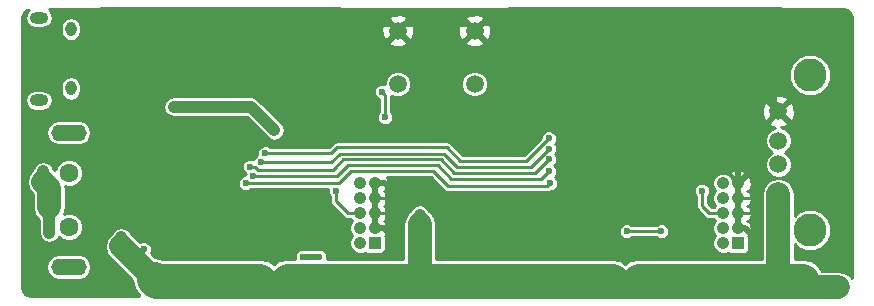
<source format=gbl>
G04 #@! TF.FileFunction,Copper,L2,Bot,Signal*
%FSLAX46Y46*%
G04 Gerber Fmt 4.6, Leading zero omitted, Abs format (unit mm)*
G04 Created by KiCad (PCBNEW (2015-10-16 BZR 6271)-product) date Sun 01 Nov 2015 17:02:17 NZDT*
%MOMM*%
G01*
G04 APERTURE LIST*
%ADD10C,0.100000*%
%ADD11O,3.000000X1.400000*%
%ADD12C,1.600000*%
%ADD13C,1.501140*%
%ADD14C,2.800000*%
%ADD15C,1.500000*%
%ADD16R,1.050000X1.050000*%
%ADD17C,1.050000*%
%ADD18O,0.950000X1.250000*%
%ADD19O,1.550000X1.000000*%
%ADD20C,0.600000*%
%ADD21C,0.250000*%
%ADD22C,0.500000*%
%ADD23C,1.000000*%
%ADD24C,2.000000*%
%ADD25C,3.000000*%
%ADD26C,0.400000*%
%ADD27C,0.254000*%
G04 APERTURE END LIST*
D10*
D11*
X4318000Y2809000D03*
D12*
X4318000Y10809000D03*
X4318000Y6209000D03*
D11*
X4318000Y14209000D03*
D13*
X64389000Y16017000D03*
X64389000Y13517000D03*
X64389000Y11517000D03*
X64389000Y9017000D03*
D14*
X67099000Y19087000D03*
X67099000Y5947000D03*
D15*
X38683000Y22824000D03*
X38683000Y18324000D03*
X32183000Y22824000D03*
X32183000Y18324000D03*
D16*
X60960000Y4826000D03*
D17*
X60960000Y6096000D03*
X60960000Y7366000D03*
X60960000Y8636000D03*
X60960000Y9906000D03*
X59690000Y6096000D03*
X59690000Y7366000D03*
X59690000Y8636000D03*
X59690000Y9906000D03*
X59690000Y4826000D03*
D16*
X30226000Y4826000D03*
D17*
X30226000Y6096000D03*
X30226000Y7366000D03*
X30226000Y8636000D03*
X30226000Y9906000D03*
X28956000Y6096000D03*
X28956000Y7366000D03*
X28956000Y8636000D03*
X28956000Y9906000D03*
X28956000Y4826000D03*
D18*
X4483540Y22947900D03*
X4483540Y17947900D03*
D19*
X1783540Y23947900D03*
X1783540Y16947900D03*
D20*
X25527000Y3683000D03*
X24130000Y3683000D03*
X13208000Y16383000D03*
X21717000Y14414998D03*
X30861000Y17653000D03*
X31115000Y15494000D03*
X39243000Y4064000D03*
X37084000Y4826000D03*
X35814000Y6223000D03*
X35179000Y7747000D03*
X35179000Y9525000D03*
X36957000Y19558000D03*
X32131000Y7874000D03*
X32131000Y5842000D03*
X17399000Y8128000D03*
X15494000Y8128000D03*
X26035000Y21590000D03*
X21336000Y19304000D03*
X46990000Y10287000D03*
X49276000Y10287000D03*
X59436000Y23368000D03*
X68199000Y9017000D03*
X69596000Y12446000D03*
X69596000Y15240000D03*
X69596000Y21463000D03*
X66167000Y23622000D03*
X62103000Y23749000D03*
X52324000Y18161000D03*
X47879000Y21209000D03*
X17399000Y3683000D03*
X5461000Y24130000D03*
X1270000Y20574000D03*
X49784000Y21209000D03*
X32004000Y9906000D03*
X32131000Y13843000D03*
X62484000Y3937000D03*
X42291000Y4318000D03*
X39370000Y8890000D03*
X40259000Y6985000D03*
X29972000Y18796000D03*
X41529000Y14351000D03*
X38481000Y12954000D03*
X37719000Y12954000D03*
X51435000Y3302000D03*
X68326000Y2667000D03*
X69977000Y3302000D03*
X60833000Y21844000D03*
X8636000Y21209000D03*
X6350000Y1270000D03*
X12319000Y4318000D03*
X8382000Y2794000D03*
X37211000Y16256000D03*
X57023000Y12573000D03*
X57150000Y7112000D03*
X34036000Y14986000D03*
X51689000Y12954000D03*
X55118000Y18796000D03*
X46863000Y18796000D03*
X41783000Y18161000D03*
X6223000Y17399000D03*
X6223000Y18161000D03*
X9779000Y18161000D03*
X10795000Y15748000D03*
X7493000Y12827000D03*
X6604000Y12827000D03*
X26924000Y13716000D03*
X29972000Y20574000D03*
X24003000Y19050000D03*
X15367000Y19050000D03*
X21717000Y3302000D03*
X11176000Y8636000D03*
X14351000Y13335000D03*
X25781000Y6858000D03*
X9525000Y7239000D03*
X10160000Y10922000D03*
X69469000Y1143000D03*
X2159000Y10922000D03*
X10668000Y4318000D03*
X2159000Y10033000D03*
X2667000Y5715000D03*
X2667000Y6604000D03*
X8763000Y4572000D03*
X8763000Y5334000D03*
X34036000Y7239000D03*
X34036000Y6477000D03*
X57912000Y9271000D03*
X54483000Y5842000D03*
X51562000Y5842000D03*
X26924000Y9271000D03*
X20955000Y12446000D03*
X44958000Y13716000D03*
X20574000Y11684000D03*
X44958000Y12827000D03*
X19685000Y11303000D03*
X44958000Y11938000D03*
X19939000Y10541000D03*
X44958000Y10922000D03*
X19304000Y9906000D03*
X45085000Y9906000D03*
D21*
X40195500Y15303500D02*
X39941500Y15049500D01*
X42100500Y15303500D02*
X40195500Y15303500D01*
D22*
X42672000Y16891000D02*
X39116000Y16891000D01*
X42926000Y16637000D02*
X42672000Y16891000D01*
X39116000Y16891000D02*
X33909000Y16891000D01*
X25527000Y3683000D02*
X24130000Y3683000D01*
X13208000Y16383000D02*
X13462000Y16383000D01*
D23*
X21717000Y14414998D02*
X19748998Y16383000D01*
X19748998Y16383000D02*
X13462000Y16383000D01*
X13462000Y16383000D02*
X13208000Y16383000D01*
D21*
X31115000Y15494000D02*
X31115000Y17399000D01*
X31115000Y17399000D02*
X30861000Y17653000D01*
D22*
X38683000Y22824000D02*
X39354000Y23495000D01*
X42037000Y23495000D02*
X42037000Y23368000D01*
X39354000Y23495000D02*
X42037000Y23495000D01*
X35179000Y23368000D02*
X38139000Y23368000D01*
X38139000Y23368000D02*
X38683000Y22824000D01*
X32183000Y22824000D02*
X32727000Y23368000D01*
D24*
X35179000Y23368000D02*
X35179000Y19558000D01*
D22*
X32727000Y23368000D02*
X35179000Y23368000D01*
X29972000Y23368000D02*
X31639000Y23368000D01*
X31639000Y23368000D02*
X32183000Y22824000D01*
X27051000Y23368000D02*
X29972000Y23368000D01*
X32004000Y9906000D02*
X34798000Y9906000D01*
X37846000Y4064000D02*
X39243000Y4064000D01*
X37084000Y4826000D02*
X37846000Y4064000D01*
X35814000Y7112000D02*
X35814000Y6223000D01*
X35179000Y7747000D02*
X35814000Y7112000D01*
X34798000Y9906000D02*
X35179000Y9525000D01*
X35179000Y19558000D02*
X36957000Y19558000D01*
X31369000Y5842000D02*
X32131000Y5842000D01*
X32131000Y7874000D02*
X32131000Y8255000D01*
X15494000Y8128000D02*
X14986000Y8128000D01*
X26670000Y23368000D02*
X26035000Y22733000D01*
X26035000Y22733000D02*
X26035000Y21590000D01*
X21463000Y23368000D02*
X21336000Y23241000D01*
X21336000Y23241000D02*
X21336000Y19304000D01*
X50038000Y10287000D02*
X49276000Y10287000D01*
X46990000Y10287000D02*
X46736000Y10287000D01*
X69596000Y10414000D02*
X68199000Y9017000D01*
X69596000Y12446000D02*
X69596000Y10414000D01*
X69596000Y21463000D02*
X69596000Y15240000D01*
X62230000Y23622000D02*
X66167000Y23622000D01*
X62103000Y23749000D02*
X62230000Y23622000D01*
X51689000Y18161000D02*
X52324000Y18161000D01*
X46863000Y21209000D02*
X47879000Y21209000D01*
X17399000Y8128000D02*
X17399000Y3683000D01*
X18097500Y9588500D02*
X18097500Y8826500D01*
X18097500Y8826500D02*
X17399000Y8128000D01*
X7239000Y23368000D02*
X6223000Y23368000D01*
X6223000Y23368000D02*
X5461000Y24130000D01*
X7239000Y20574000D02*
X1270000Y20574000D01*
X49784000Y23368000D02*
X49784000Y21209000D01*
D21*
X60960000Y7366000D02*
X62357000Y7366000D01*
X60960000Y8636000D02*
X62230000Y8636000D01*
X62230000Y8636000D02*
X62357000Y8509000D01*
X62357000Y8509000D02*
X62357000Y7366000D01*
X62357000Y7366000D02*
X62357000Y5334000D01*
D23*
X34036000Y14986000D02*
X33274000Y14986000D01*
X31750000Y9652000D02*
X31623000Y9652000D01*
X32004000Y9906000D02*
X31750000Y9652000D01*
X33274000Y14986000D02*
X32131000Y13843000D01*
D21*
X30226000Y7366000D02*
X31369000Y7366000D01*
X30226000Y8636000D02*
X31369000Y8636000D01*
D22*
X31369000Y5715000D02*
X31369000Y5842000D01*
X31369000Y5842000D02*
X31369000Y7366000D01*
X31369000Y7366000D02*
X31369000Y8636000D01*
X31369000Y8636000D02*
X31369000Y9652000D01*
X31369000Y9652000D02*
X31115000Y9906000D01*
X31115000Y9906000D02*
X30226000Y9906000D01*
X64389000Y16017000D02*
X69977000Y10429000D01*
D23*
X69977000Y8001000D02*
X69977000Y3302000D01*
X69977000Y10429000D02*
X69977000Y8001000D01*
D22*
X64389000Y16017000D02*
X64008000Y16398000D01*
X64008000Y16398000D02*
X64008000Y23368000D01*
X62484000Y3937000D02*
X62484000Y5207000D01*
X62484000Y5207000D02*
X62357000Y5334000D01*
X61595000Y6096000D02*
X60960000Y6096000D01*
X62357000Y5334000D02*
X61595000Y6096000D01*
D25*
X41783000Y23368000D02*
X42037000Y23368000D01*
X42037000Y23368000D02*
X46990000Y23368000D01*
D22*
X42291000Y4318000D02*
X42291000Y6985000D01*
X39370000Y7874000D02*
X40259000Y6985000D01*
X39370000Y8890000D02*
X39370000Y7874000D01*
X40259000Y6985000D02*
X42291000Y6985000D01*
X42291000Y6985000D02*
X50038000Y6985000D01*
X29972000Y18796000D02*
X29972000Y20574000D01*
D23*
X38481000Y12954000D02*
X38481000Y13081000D01*
X38481000Y13081000D02*
X37211000Y14351000D01*
X37719000Y12954000D02*
X37719000Y13843000D01*
X37719000Y13843000D02*
X37227000Y14335000D01*
D24*
X37227000Y14335000D02*
X37211000Y14351000D01*
X36449000Y15113000D02*
X37211000Y14351000D01*
D22*
X50038000Y4699000D02*
X50038000Y6985000D01*
X51435000Y3302000D02*
X50038000Y4699000D01*
X50038000Y6985000D02*
X50038000Y8128000D01*
X50038000Y8128000D02*
X50038000Y10287000D01*
X50038000Y10287000D02*
X50038000Y11303000D01*
X50038000Y11303000D02*
X51689000Y12954000D01*
X68961000Y3302000D02*
X69977000Y3302000D01*
X68326000Y2667000D02*
X68961000Y3302000D01*
D23*
X61722000Y22606000D02*
X60960000Y23368000D01*
X60833000Y21844000D02*
X61722000Y22606000D01*
D22*
X8636000Y21209000D02*
X7239000Y21209000D01*
D23*
X7239000Y21209000D02*
X7620000Y21209000D01*
X7620000Y21209000D02*
X7239000Y21209000D01*
D22*
X6350000Y1270000D02*
X7874000Y2794000D01*
X7874000Y2794000D02*
X8382000Y2794000D01*
X12319000Y4445000D02*
X9525000Y7239000D01*
X12319000Y4318000D02*
X12319000Y4445000D01*
X7112000Y5842000D02*
X8509000Y7239000D01*
X8001000Y3175000D02*
X7112000Y4064000D01*
X7112000Y4064000D02*
X7112000Y5842000D01*
X8509000Y7239000D02*
X9525000Y7239000D01*
X8382000Y2794000D02*
X8001000Y3175000D01*
X36449000Y15494000D02*
X36449000Y15113000D01*
X36258500Y15303500D02*
X36449000Y15494000D01*
X37211000Y16256000D02*
X36258500Y15303500D01*
X60960000Y9906000D02*
X60960000Y23368000D01*
X60960000Y23368000D02*
X60960000Y23114000D01*
X60960000Y23114000D02*
X60960000Y23368000D01*
X57023000Y12573000D02*
X57150000Y12573000D01*
X57150000Y16764000D02*
X55118000Y18796000D01*
X57150000Y7112000D02*
X57150000Y12573000D01*
X57150000Y12573000D02*
X57150000Y16764000D01*
X60960000Y8636000D02*
X60960000Y9906000D01*
X60960000Y7366000D02*
X60960000Y8636000D01*
X60960000Y6096000D02*
X60960000Y7366000D01*
D23*
X35306000Y16256000D02*
X35179000Y16383000D01*
X34036000Y14986000D02*
X35306000Y16256000D01*
D22*
X51689000Y12954000D02*
X51689000Y18161000D01*
X51689000Y18161000D02*
X51689000Y23368000D01*
D24*
X35179000Y16383000D02*
X36449000Y15113000D01*
X35179000Y19558000D02*
X35179000Y16383000D01*
D22*
X55118000Y18796000D02*
X55118000Y23368000D01*
X55118000Y23368000D02*
X55118000Y22860000D01*
X55118000Y22860000D02*
X55118000Y23368000D01*
X46863000Y23241000D02*
X46990000Y23368000D01*
X46863000Y18796000D02*
X46863000Y21209000D01*
X46863000Y21209000D02*
X46863000Y23241000D01*
X41783000Y23368000D02*
X41783000Y22860000D01*
X41783000Y22860000D02*
X41783000Y23368000D01*
D23*
X9144000Y23749000D02*
X9144000Y23368000D01*
X8763000Y23368000D02*
X9144000Y23749000D01*
X8509000Y23368000D02*
X8763000Y23368000D01*
X8382000Y23495000D02*
X8509000Y23368000D01*
X6223000Y17399000D02*
X7239000Y17399000D01*
X7239000Y17399000D02*
X7366000Y17526000D01*
D26*
X7493000Y17526000D02*
X7366000Y17526000D01*
X7366000Y17526000D02*
X7493000Y17526000D01*
D23*
X6223000Y18161000D02*
X8001000Y18161000D01*
D26*
X8001000Y18161000D02*
X7874000Y18034000D01*
X7874000Y18034000D02*
X7493000Y18034000D01*
X7493000Y18034000D02*
X7493000Y18669000D01*
D23*
X10795000Y15748000D02*
X10795000Y13335000D01*
X10795000Y13335000D02*
X10287000Y13335000D01*
X9779000Y18161000D02*
X10795000Y17145000D01*
X10795000Y17145000D02*
X10795000Y15748000D01*
X9779000Y18161000D02*
X8001000Y18161000D01*
X8001000Y18161000D02*
X7493000Y18669000D01*
X7493000Y18669000D02*
X7493000Y18669000D01*
D22*
X10795000Y15748000D02*
X10795000Y16256000D01*
D24*
X7493000Y13335000D02*
X7493000Y17526000D01*
D23*
X7493000Y13716000D02*
X7493000Y13335000D01*
D24*
X7493000Y17526000D02*
X7493000Y18669000D01*
X7493000Y18669000D02*
X7493000Y18796000D01*
D23*
X7239000Y19050000D02*
X7239000Y18923000D01*
D25*
X7239000Y18923000D02*
X7239000Y20574000D01*
X7239000Y20574000D02*
X7239000Y21209000D01*
D23*
X6858000Y19431000D02*
X7239000Y19050000D01*
D24*
X7493000Y18796000D02*
X6858000Y19431000D01*
D25*
X7239000Y21209000D02*
X7239000Y23368000D01*
X7239000Y23368000D02*
X9144000Y23368000D01*
D23*
X7493000Y12827000D02*
X7493000Y13716000D01*
X6604000Y12827000D02*
X7493000Y12827000D01*
X7493000Y12827000D02*
X7493000Y13716000D01*
D25*
X9144000Y23368000D02*
X15367000Y23368000D01*
D22*
X26924000Y13716000D02*
X26924000Y23368000D01*
X26924000Y23368000D02*
X27051000Y23368000D01*
D25*
X26670000Y23368000D02*
X27051000Y23368000D01*
D22*
X29972000Y20574000D02*
X29972000Y23368000D01*
X29972000Y23368000D02*
X29972000Y23241000D01*
X29972000Y23241000D02*
X29972000Y23368000D01*
X24003000Y19050000D02*
X24003000Y23368000D01*
X24003000Y23368000D02*
X24003000Y23241000D01*
X24003000Y23241000D02*
X24003000Y23368000D01*
X15367000Y19050000D02*
X15367000Y23368000D01*
X15367000Y23368000D02*
X15367000Y23241000D01*
X15367000Y23241000D02*
X15367000Y23368000D01*
D25*
X15367000Y23368000D02*
X21463000Y23368000D01*
X21463000Y23368000D02*
X24003000Y23368000D01*
X24003000Y23368000D02*
X26670000Y23368000D01*
X46990000Y23368000D02*
X49784000Y23368000D01*
X49784000Y23368000D02*
X51689000Y23368000D01*
X51689000Y23368000D02*
X55118000Y23368000D01*
X55118000Y23368000D02*
X59436000Y23368000D01*
X59436000Y23368000D02*
X60960000Y23368000D01*
X60960000Y23368000D02*
X64008000Y23368000D01*
X64008000Y23368000D02*
X64389000Y23368000D01*
D22*
X30226000Y6096000D02*
X30988000Y6096000D01*
X30988000Y6096000D02*
X31369000Y5715000D01*
X31369000Y5715000D02*
X31369000Y4191000D01*
X31369000Y4191000D02*
X30861000Y3683000D01*
X30861000Y3683000D02*
X27432000Y3683000D01*
X27432000Y3683000D02*
X25019000Y6096000D01*
X30226000Y7366000D02*
X30226000Y6096000D01*
X30226000Y8636000D02*
X30226000Y7366000D01*
X30226000Y9906000D02*
X30226000Y8636000D01*
X21717000Y3302000D02*
X21717000Y6096000D01*
X21717000Y6096000D02*
X21590000Y6096000D01*
D23*
X11176000Y8636000D02*
X10160000Y8636000D01*
X25781000Y6858000D02*
X25019000Y6096000D01*
X25019000Y6096000D02*
X21590000Y6096000D01*
X14351000Y13335000D02*
X18097500Y9588500D01*
X18097500Y9588500D02*
X21590000Y6096000D01*
X14351000Y13335000D02*
X10287000Y13335000D01*
D22*
X10287000Y13335000D02*
X10160000Y13208000D01*
D23*
X10160000Y10922000D02*
X10160000Y13208000D01*
D22*
X9525000Y7239000D02*
X9271000Y7239000D01*
D23*
X10160000Y7874000D02*
X10160000Y8636000D01*
X9525000Y7239000D02*
X10160000Y7874000D01*
X10160000Y8636000D02*
X10160000Y10922000D01*
D24*
X69469000Y1143000D02*
X66929000Y1143000D01*
D25*
X66421000Y1651000D02*
X64516000Y1651000D01*
D24*
X66929000Y1143000D02*
X66421000Y1651000D01*
X64389000Y9017000D02*
X64389000Y1651000D01*
X64516000Y1778000D02*
X64516000Y1651000D01*
X64389000Y1651000D02*
X64516000Y1778000D01*
D25*
X64516000Y1651000D02*
X52578000Y1651000D01*
D24*
X50292000Y1651000D02*
X50800000Y1143000D01*
D25*
X50292000Y1651000D02*
X34036000Y1651000D01*
D24*
X52070000Y1143000D02*
X52578000Y1651000D01*
X50800000Y1143000D02*
X52070000Y1143000D01*
D23*
X2159000Y10922000D02*
X2159000Y10033000D01*
D22*
X9906000Y3556000D02*
X9906000Y3429000D01*
X9842500Y3492500D02*
X9906000Y3556000D01*
X10668000Y4318000D02*
X9842500Y3492500D01*
D25*
X14732000Y1651000D02*
X12573000Y1651000D01*
X12573000Y1651000D02*
X11684000Y1651000D01*
D24*
X11557000Y1778000D02*
X9906000Y3429000D01*
X9906000Y3429000D02*
X8763000Y4572000D01*
D25*
X11684000Y1651000D02*
X11557000Y1778000D01*
X14732000Y1651000D02*
X20447000Y1651000D01*
D24*
X34036000Y1651000D02*
X34036000Y6477000D01*
X22352000Y1143000D02*
X22860000Y1651000D01*
X20955000Y1143000D02*
X22352000Y1143000D01*
X20447000Y1651000D02*
X20955000Y1143000D01*
D25*
X34036000Y1651000D02*
X22860000Y1651000D01*
D24*
X14605000Y1524000D02*
X14732000Y1651000D01*
X2667000Y7874000D02*
X2667000Y9525000D01*
X2667000Y9525000D02*
X2159000Y10033000D01*
D23*
X2667000Y7874000D02*
X2667000Y6604000D01*
X2667000Y6604000D02*
X2667000Y5715000D01*
X8763000Y4572000D02*
X8763000Y5334000D01*
X34036000Y7239000D02*
X34036000Y6477000D01*
D21*
X58547000Y7366000D02*
X59690000Y7366000D01*
X57912000Y8001000D02*
X58547000Y7366000D01*
X57912000Y9271000D02*
X57912000Y8001000D01*
X51562000Y5842000D02*
X54483000Y5842000D01*
X27940000Y7366000D02*
X28956000Y7366000D01*
X26924000Y8382000D02*
X27940000Y7366000D01*
X26924000Y9271000D02*
X26924000Y8382000D01*
X37465000Y11811000D02*
X43053000Y11811000D01*
X31115000Y12954000D02*
X36322000Y12954000D01*
X27051000Y12954000D02*
X31115000Y12954000D01*
X26543000Y12446000D02*
X27051000Y12954000D01*
X20955000Y12446000D02*
X26543000Y12446000D01*
X36322000Y12954000D02*
X37465000Y11811000D01*
X43053000Y11811000D02*
X44958000Y13716000D01*
X31115000Y12388002D02*
X36125998Y12388002D01*
X27247002Y12388002D02*
X31115000Y12388002D01*
X26543000Y11684000D02*
X27247002Y12388002D01*
X20574000Y11684000D02*
X26543000Y11684000D01*
X43434000Y11303000D02*
X44958000Y12827000D01*
X37211000Y11303000D02*
X43434000Y11303000D01*
X36125998Y12388002D02*
X37211000Y11303000D01*
X31115000Y11938000D02*
X35814000Y11938000D01*
X27559000Y11938000D02*
X31115000Y11938000D01*
X26924000Y11303000D02*
X27559000Y11938000D01*
X26670000Y11049000D02*
X26924000Y11303000D01*
X20320000Y11049000D02*
X26670000Y11049000D01*
X20066000Y11303000D02*
X20320000Y11049000D01*
X19685000Y11303000D02*
X20066000Y11303000D01*
X43815000Y10795000D02*
X44958000Y11938000D01*
X36957000Y10795000D02*
X43815000Y10795000D01*
X35814000Y11938000D02*
X36957000Y10795000D01*
X43434000Y10287000D02*
X44323000Y10287000D01*
X35560000Y11430000D02*
X36703000Y10287000D01*
X36703000Y10287000D02*
X43434000Y10287000D01*
X27940000Y11430000D02*
X30988000Y11430000D01*
X27051000Y10541000D02*
X27940000Y11430000D01*
X19939000Y10541000D02*
X27051000Y10541000D01*
X30988000Y11430000D02*
X35560000Y11430000D01*
X44323000Y10287000D02*
X44958000Y10922000D01*
X44831000Y9652000D02*
X45085000Y9906000D01*
X35179000Y10922000D02*
X36449000Y9652000D01*
X36449000Y9652000D02*
X44831000Y9652000D01*
X19304000Y9906000D02*
X27178000Y9906000D01*
X27178000Y9906000D02*
X28194000Y10922000D01*
X28194000Y10922000D02*
X30861000Y10922000D01*
X30861000Y10922000D02*
X35179000Y10922000D01*
D27*
G36*
X70215195Y24578058D02*
X70417129Y24443129D01*
X70552058Y24241195D01*
X70607000Y23964984D01*
X70607000Y1877834D01*
X70445514Y2119514D01*
X69997486Y2418878D01*
X69469000Y2524000D01*
X68056471Y2524000D01*
X67751068Y2981068D01*
X67140828Y3388817D01*
X66421000Y3532000D01*
X65770000Y3532000D01*
X65770000Y4757406D01*
X66088827Y4438022D01*
X66743183Y4166310D01*
X67451709Y4165691D01*
X68106538Y4436261D01*
X68607978Y4936827D01*
X68879690Y5591183D01*
X68880309Y6299709D01*
X68609739Y6954538D01*
X68109173Y7455978D01*
X67454817Y7727690D01*
X66746291Y7728309D01*
X66091462Y7457739D01*
X65770000Y7136837D01*
X65770000Y9017000D01*
X65664878Y9545486D01*
X65365514Y9993514D01*
X64917486Y10292878D01*
X64452474Y10385374D01*
X64613096Y10385234D01*
X65029146Y10557142D01*
X65347739Y10875180D01*
X65520373Y11290929D01*
X65520766Y11741096D01*
X65348858Y12157146D01*
X65030820Y12475739D01*
X64931723Y12516888D01*
X65029146Y12557142D01*
X65347739Y12875180D01*
X65520373Y13290929D01*
X65520766Y13741096D01*
X65348858Y14157146D01*
X65030820Y14475739D01*
X64630620Y14641917D01*
X64734538Y14647195D01*
X65113265Y14804069D01*
X65181325Y15045070D01*
X64389000Y15837395D01*
X63596675Y15045070D01*
X63664735Y14804069D01*
X64135359Y14636558D01*
X63748854Y14476858D01*
X63430261Y14158820D01*
X63257627Y13743071D01*
X63257234Y13292904D01*
X63429142Y12876854D01*
X63747180Y12558261D01*
X63846277Y12517112D01*
X63748854Y12476858D01*
X63430261Y12158820D01*
X63257627Y11743071D01*
X63257234Y11292904D01*
X63429142Y10876854D01*
X63747180Y10558261D01*
X64162929Y10385627D01*
X64326080Y10385485D01*
X63860514Y10292878D01*
X63412486Y9993514D01*
X63113122Y9545486D01*
X63008000Y9017000D01*
X63008000Y3532000D01*
X52578000Y3532000D01*
X51858172Y3388817D01*
X51435000Y3106063D01*
X51011828Y3388817D01*
X50292000Y3532000D01*
X35417000Y3532000D01*
X35417000Y5707135D01*
X50880882Y5707135D01*
X50984339Y5456748D01*
X51175741Y5265013D01*
X51425946Y5161118D01*
X51696865Y5160882D01*
X51947252Y5264339D01*
X52019038Y5336000D01*
X54025877Y5336000D01*
X54096741Y5265013D01*
X54346946Y5161118D01*
X54617865Y5160882D01*
X54868252Y5264339D01*
X55059987Y5455741D01*
X55163882Y5705946D01*
X55164118Y5976865D01*
X55060661Y6227252D01*
X54869259Y6418987D01*
X54619054Y6522882D01*
X54348135Y6523118D01*
X54097748Y6419661D01*
X54025962Y6348000D01*
X52019123Y6348000D01*
X51948259Y6418987D01*
X51698054Y6522882D01*
X51427135Y6523118D01*
X51176748Y6419661D01*
X50985013Y6228259D01*
X50881118Y5978054D01*
X50880882Y5707135D01*
X35417000Y5707135D01*
X35417000Y6477000D01*
X35311878Y7005486D01*
X35012514Y7453514D01*
X34853150Y7559998D01*
X34849938Y7576144D01*
X34658961Y7861961D01*
X34373144Y8052938D01*
X34036000Y8120000D01*
X33698856Y8052938D01*
X33413039Y7861961D01*
X33222062Y7576144D01*
X33218850Y7559998D01*
X33059486Y7453514D01*
X32760122Y7005486D01*
X32655000Y6477000D01*
X32655000Y3532000D01*
X26201676Y3532000D01*
X26207882Y3546946D01*
X26208118Y3817865D01*
X26104661Y4068252D01*
X25913259Y4259987D01*
X25663054Y4363882D01*
X25392135Y4364118D01*
X25270839Y4314000D01*
X24386182Y4314000D01*
X24266054Y4363882D01*
X23995135Y4364118D01*
X23744748Y4260661D01*
X23553013Y4069259D01*
X23449118Y3819054D01*
X23448882Y3548135D01*
X23455549Y3532000D01*
X22860000Y3532000D01*
X22140172Y3388817D01*
X21653500Y3063633D01*
X21166828Y3388817D01*
X20447000Y3532000D01*
X12195470Y3532000D01*
X11646913Y3641115D01*
X11277643Y4010385D01*
X11348882Y4181946D01*
X11349118Y4452865D01*
X11245661Y4703252D01*
X11054259Y4894987D01*
X10804054Y4998882D01*
X10533135Y4999118D01*
X10360317Y4927712D01*
X9739514Y5548514D01*
X9580150Y5654998D01*
X9576938Y5671144D01*
X9385961Y5956961D01*
X9100144Y6147938D01*
X8763000Y6215000D01*
X8425856Y6147938D01*
X8140039Y5956961D01*
X7949062Y5671144D01*
X7945850Y5654998D01*
X7786486Y5548514D01*
X7487122Y5100486D01*
X7382001Y4572000D01*
X7487122Y4043514D01*
X7786486Y3595486D01*
X8929485Y2452486D01*
X8929488Y2452484D01*
X9693885Y1688087D01*
X9819183Y1058173D01*
X10226932Y447932D01*
X10288864Y386000D01*
X1054016Y386000D01*
X777805Y440942D01*
X575871Y575871D01*
X440942Y777805D01*
X386000Y1054017D01*
X386000Y2809000D01*
X2400149Y2809000D01*
X2482435Y2395319D01*
X2716767Y2044618D01*
X3067468Y1810286D01*
X3481149Y1728000D01*
X5154851Y1728000D01*
X5568532Y1810286D01*
X5919233Y2044618D01*
X6153565Y2395319D01*
X6235851Y2809000D01*
X6153565Y3222681D01*
X5919233Y3573382D01*
X5568532Y3807714D01*
X5154851Y3890000D01*
X3481149Y3890000D01*
X3067468Y3807714D01*
X2716767Y3573382D01*
X2482435Y3222681D01*
X2400149Y2809000D01*
X386000Y2809000D01*
X386000Y10033000D01*
X778001Y10033000D01*
X883122Y9504514D01*
X1182486Y9056486D01*
X1286000Y8952972D01*
X1286000Y7874000D01*
X1391122Y7345514D01*
X1690486Y6897486D01*
X1786000Y6833665D01*
X1786000Y5715000D01*
X1853062Y5377856D01*
X2044039Y5092039D01*
X2329856Y4901062D01*
X2667000Y4834000D01*
X3004144Y4901062D01*
X3289961Y5092039D01*
X3480147Y5376672D01*
X3648144Y5208381D01*
X4082054Y5028206D01*
X4551885Y5027796D01*
X4986109Y5207213D01*
X5318619Y5539144D01*
X5498794Y5973054D01*
X5499204Y6442885D01*
X5319787Y6877109D01*
X4987856Y7209619D01*
X4553946Y7389794D01*
X4084115Y7390204D01*
X3930263Y7326634D01*
X3942878Y7345514D01*
X4048000Y7874000D01*
X4048000Y9525000D01*
X4022557Y9652911D01*
X4082054Y9628206D01*
X4551885Y9627796D01*
X4898793Y9771135D01*
X18622882Y9771135D01*
X18726339Y9520748D01*
X18917741Y9329013D01*
X19167946Y9225118D01*
X19438865Y9224882D01*
X19689252Y9328339D01*
X19761038Y9400000D01*
X26243112Y9400000D01*
X26242882Y9136135D01*
X26346339Y8885748D01*
X26418000Y8813962D01*
X26418000Y8382000D01*
X26456517Y8188362D01*
X26566204Y8024204D01*
X27582204Y7008204D01*
X27746362Y6898517D01*
X27940000Y6860000D01*
X28184781Y6860000D01*
X28187482Y6853462D01*
X28309721Y6731010D01*
X28188378Y6609878D01*
X28050157Y6277005D01*
X28049843Y5916576D01*
X28187482Y5583462D01*
X28309721Y5461010D01*
X28188378Y5339878D01*
X28050157Y5007005D01*
X28049843Y4646576D01*
X28187482Y4313462D01*
X28442122Y4058378D01*
X28774995Y3920157D01*
X29135424Y3919843D01*
X29418305Y4036726D01*
X29422546Y4030135D01*
X29549866Y3943141D01*
X29701000Y3912536D01*
X30751000Y3912536D01*
X30892190Y3939103D01*
X31021865Y4022546D01*
X31108859Y4149866D01*
X31139464Y4301000D01*
X31139464Y5340356D01*
X31150358Y5351250D01*
X31136881Y5364727D01*
X31114774Y5482214D01*
X31251962Y5507575D01*
X31399046Y5944985D01*
X31367543Y6405386D01*
X31251962Y6684425D01*
X31049814Y6721794D01*
X31040608Y6731000D01*
X31049814Y6740206D01*
X31251962Y6777575D01*
X31399046Y7214985D01*
X31367543Y7675386D01*
X31251962Y7954425D01*
X31049814Y7991794D01*
X31040608Y8001000D01*
X31049814Y8010206D01*
X31251962Y8047575D01*
X31399046Y8484985D01*
X31367543Y8945386D01*
X31288533Y9136135D01*
X57230882Y9136135D01*
X57334339Y8885748D01*
X57406000Y8813962D01*
X57406000Y8001000D01*
X57444517Y7807362D01*
X57554204Y7643204D01*
X58189204Y7008204D01*
X58353362Y6898517D01*
X58547000Y6860000D01*
X58918781Y6860000D01*
X58921482Y6853462D01*
X59043721Y6731010D01*
X58922378Y6609878D01*
X58784157Y6277005D01*
X58783843Y5916576D01*
X58921482Y5583462D01*
X59043721Y5461010D01*
X58922378Y5339878D01*
X58784157Y5007005D01*
X58783843Y4646576D01*
X58921482Y4313462D01*
X59176122Y4058378D01*
X59508995Y3920157D01*
X59869424Y3919843D01*
X60152305Y4036726D01*
X60156546Y4030135D01*
X60283866Y3943141D01*
X60435000Y3912536D01*
X61485000Y3912536D01*
X61626190Y3939103D01*
X61755865Y4022546D01*
X61842859Y4149866D01*
X61873464Y4301000D01*
X61873464Y5340356D01*
X61884358Y5351250D01*
X61870881Y5364727D01*
X61848774Y5482214D01*
X61985962Y5507575D01*
X62133046Y5944985D01*
X62101543Y6405386D01*
X61985962Y6684425D01*
X61783814Y6721794D01*
X61774608Y6731000D01*
X61783814Y6740206D01*
X61985962Y6777575D01*
X62133046Y7214985D01*
X62101543Y7675386D01*
X61985962Y7954425D01*
X61783814Y7991794D01*
X61774608Y8001000D01*
X61783814Y8010206D01*
X61985962Y8047575D01*
X62133046Y8484985D01*
X62101543Y8945386D01*
X61985962Y9224425D01*
X61783814Y9261794D01*
X61774608Y9271000D01*
X61783814Y9280206D01*
X61985962Y9317575D01*
X62133046Y9754985D01*
X62101543Y10215386D01*
X61985962Y10494425D01*
X61768273Y10534667D01*
X61139605Y9906000D01*
X61153748Y9891857D01*
X61067992Y9806102D01*
X60865840Y9792270D01*
X60766253Y9891857D01*
X60780395Y9906000D01*
X60592768Y10093627D01*
X60458518Y10418538D01*
X60203878Y10673622D01*
X60105980Y10714273D01*
X60331333Y10714273D01*
X60960000Y10085605D01*
X61588667Y10714273D01*
X61548425Y10931962D01*
X61111015Y11079046D01*
X60650614Y11047543D01*
X60371575Y10931962D01*
X60331333Y10714273D01*
X60105980Y10714273D01*
X59871005Y10811843D01*
X59510576Y10812157D01*
X59177462Y10674518D01*
X58922378Y10419878D01*
X58784157Y10087005D01*
X58783843Y9726576D01*
X58921482Y9393462D01*
X59043721Y9271010D01*
X58922378Y9149878D01*
X58784157Y8817005D01*
X58783843Y8456576D01*
X58921482Y8123462D01*
X59043721Y8001010D01*
X58922378Y7879878D01*
X58919107Y7872000D01*
X58756592Y7872000D01*
X58418000Y8210592D01*
X58418000Y8813877D01*
X58488987Y8884741D01*
X58592882Y9134946D01*
X58593118Y9405865D01*
X58489661Y9656252D01*
X58298259Y9847987D01*
X58048054Y9951882D01*
X57777135Y9952118D01*
X57526748Y9848661D01*
X57335013Y9657259D01*
X57231118Y9407054D01*
X57230882Y9136135D01*
X31288533Y9136135D01*
X31251962Y9224425D01*
X31049814Y9261794D01*
X31040608Y9271000D01*
X31049814Y9280206D01*
X31251962Y9317575D01*
X31399046Y9754985D01*
X31367543Y10215386D01*
X31284446Y10416000D01*
X34969408Y10416000D01*
X36091204Y9294204D01*
X36255362Y9184517D01*
X36449000Y9146000D01*
X44831000Y9146000D01*
X45024638Y9184517D01*
X45085224Y9224999D01*
X45219865Y9224882D01*
X45470252Y9328339D01*
X45661987Y9519741D01*
X45765882Y9769946D01*
X45766118Y10040865D01*
X45662661Y10291252D01*
X45476691Y10477546D01*
X45534987Y10535741D01*
X45638882Y10785946D01*
X45639118Y11056865D01*
X45535661Y11307252D01*
X45413080Y11430046D01*
X45534987Y11551741D01*
X45638882Y11801946D01*
X45639118Y12072865D01*
X45535661Y12323252D01*
X45476580Y12382436D01*
X45534987Y12440741D01*
X45638882Y12690946D01*
X45639118Y12961865D01*
X45535661Y13212252D01*
X45476580Y13271436D01*
X45534987Y13329741D01*
X45638882Y13579946D01*
X45639118Y13850865D01*
X45535661Y14101252D01*
X45344259Y14292987D01*
X45094054Y14396882D01*
X44823135Y14397118D01*
X44572748Y14293661D01*
X44381013Y14102259D01*
X44277118Y13852054D01*
X44277030Y13750622D01*
X42843408Y12317000D01*
X37674592Y12317000D01*
X36679796Y13311796D01*
X36515638Y13421483D01*
X36322000Y13460000D01*
X27051000Y13460000D01*
X26857362Y13421483D01*
X26693204Y13311796D01*
X26333408Y12952000D01*
X21412123Y12952000D01*
X21341259Y13022987D01*
X21091054Y13126882D01*
X20820135Y13127118D01*
X20569748Y13023661D01*
X20378013Y12832259D01*
X20274118Y12582054D01*
X20273882Y12311135D01*
X20278928Y12298922D01*
X20188748Y12261661D01*
X19997013Y12070259D01*
X19940543Y11934265D01*
X19821054Y11983882D01*
X19550135Y11984118D01*
X19299748Y11880661D01*
X19108013Y11689259D01*
X19004118Y11439054D01*
X19003882Y11168135D01*
X19107339Y10917748D01*
X19284409Y10740370D01*
X19258118Y10677054D01*
X19258040Y10587041D01*
X19169135Y10587118D01*
X18918748Y10483661D01*
X18727013Y10292259D01*
X18623118Y10042054D01*
X18622882Y9771135D01*
X4898793Y9771135D01*
X4986109Y9807213D01*
X5318619Y10139144D01*
X5498794Y10573054D01*
X5499204Y11042885D01*
X5319787Y11477109D01*
X4987856Y11809619D01*
X4553946Y11989794D01*
X4084115Y11990204D01*
X3649891Y11810787D01*
X3317381Y11478856D01*
X3137206Y11044946D01*
X3137174Y11007854D01*
X3135514Y11009514D01*
X3005284Y11096532D01*
X2972938Y11259144D01*
X2781961Y11544961D01*
X2496144Y11735938D01*
X2159000Y11803000D01*
X1821856Y11735938D01*
X1536039Y11544961D01*
X1345062Y11259144D01*
X1312716Y11096532D01*
X1182486Y11009514D01*
X883122Y10561486D01*
X778001Y10033000D01*
X386000Y10033000D01*
X386000Y14209000D01*
X2400149Y14209000D01*
X2482435Y13795319D01*
X2716767Y13444618D01*
X3067468Y13210286D01*
X3481149Y13128000D01*
X5154851Y13128000D01*
X5568532Y13210286D01*
X5919233Y13444618D01*
X6153565Y13795319D01*
X6235851Y14209000D01*
X6153565Y14622681D01*
X5919233Y14973382D01*
X5568532Y15207714D01*
X5154851Y15290000D01*
X3481149Y15290000D01*
X3067468Y15207714D01*
X2716767Y14973382D01*
X2482435Y14622681D01*
X2400149Y14209000D01*
X386000Y14209000D01*
X386000Y16947900D01*
X604893Y16947900D01*
X671955Y16610756D01*
X862932Y16324939D01*
X1148749Y16133962D01*
X1485893Y16066900D01*
X2081187Y16066900D01*
X2418331Y16133962D01*
X2704148Y16324939D01*
X2742943Y16383000D01*
X12327000Y16383000D01*
X12394062Y16045856D01*
X12585039Y15760039D01*
X12870856Y15569062D01*
X13208000Y15502000D01*
X19384076Y15502000D01*
X21094039Y13792037D01*
X21379856Y13601060D01*
X21717000Y13533998D01*
X22054144Y13601060D01*
X22339961Y13792037D01*
X22530938Y14077854D01*
X22598000Y14414998D01*
X22530938Y14752142D01*
X22339961Y15037959D01*
X20371959Y17005961D01*
X20086142Y17196938D01*
X19748998Y17264000D01*
X13208000Y17264000D01*
X12870856Y17196938D01*
X12585039Y17005961D01*
X12394062Y16720144D01*
X12327000Y16383000D01*
X2742943Y16383000D01*
X2895125Y16610756D01*
X2962187Y16947900D01*
X2895125Y17285044D01*
X2704148Y17570861D01*
X2418331Y17761838D01*
X2081187Y17828900D01*
X1485893Y17828900D01*
X1148749Y17761838D01*
X862932Y17570861D01*
X671955Y17285044D01*
X604893Y16947900D01*
X386000Y16947900D01*
X386000Y18117609D01*
X3627540Y18117609D01*
X3627540Y17778191D01*
X3692699Y17450614D01*
X3878257Y17172908D01*
X4155963Y16987350D01*
X4483540Y16922191D01*
X4811117Y16987350D01*
X5088823Y17172908D01*
X5274381Y17450614D01*
X5287811Y17518135D01*
X30179882Y17518135D01*
X30283339Y17267748D01*
X30474741Y17076013D01*
X30609000Y17020263D01*
X30609000Y15951123D01*
X30538013Y15880259D01*
X30434118Y15630054D01*
X30433882Y15359135D01*
X30537339Y15108748D01*
X30728741Y14917013D01*
X30978946Y14813118D01*
X31249865Y14812882D01*
X31500252Y14916339D01*
X31691987Y15107741D01*
X31795882Y15357946D01*
X31796118Y15628865D01*
X31692661Y15879252D01*
X31621000Y15951038D01*
X31621000Y16221966D01*
X62991233Y16221966D01*
X63019195Y15671462D01*
X63176069Y15292735D01*
X63417070Y15224675D01*
X64209395Y16017000D01*
X64568605Y16017000D01*
X65360930Y15224675D01*
X65601931Y15292735D01*
X65786767Y15812034D01*
X65758805Y16362538D01*
X65601931Y16741265D01*
X65360930Y16809325D01*
X64568605Y16017000D01*
X64209395Y16017000D01*
X63417070Y16809325D01*
X63176069Y16741265D01*
X62991233Y16221966D01*
X31621000Y16221966D01*
X31621000Y16988930D01*
X63596675Y16988930D01*
X64389000Y16196605D01*
X65181325Y16988930D01*
X65113265Y17229931D01*
X64593966Y17414767D01*
X64043462Y17386805D01*
X63664735Y17229931D01*
X63596675Y16988930D01*
X31621000Y16988930D01*
X31621000Y17332734D01*
X31957043Y17193196D01*
X32406983Y17192804D01*
X32822823Y17364625D01*
X33141256Y17682503D01*
X33313804Y18098043D01*
X33313805Y18100017D01*
X37551804Y18100017D01*
X37723625Y17684177D01*
X38041503Y17365744D01*
X38457043Y17193196D01*
X38906983Y17192804D01*
X39322823Y17364625D01*
X39641256Y17682503D01*
X39813804Y18098043D01*
X39814196Y18547983D01*
X39737216Y18734291D01*
X65317691Y18734291D01*
X65588261Y18079462D01*
X66088827Y17578022D01*
X66743183Y17306310D01*
X67451709Y17305691D01*
X68106538Y17576261D01*
X68607978Y18076827D01*
X68879690Y18731183D01*
X68880309Y19439709D01*
X68609739Y20094538D01*
X68109173Y20595978D01*
X67454817Y20867690D01*
X66746291Y20868309D01*
X66091462Y20597739D01*
X65590022Y20097173D01*
X65318310Y19442817D01*
X65317691Y18734291D01*
X39737216Y18734291D01*
X39642375Y18963823D01*
X39324497Y19282256D01*
X38908957Y19454804D01*
X38459017Y19455196D01*
X38043177Y19283375D01*
X37724744Y18965497D01*
X37552196Y18549957D01*
X37551804Y18100017D01*
X33313805Y18100017D01*
X33314196Y18547983D01*
X33142375Y18963823D01*
X32824497Y19282256D01*
X32408957Y19454804D01*
X31959017Y19455196D01*
X31543177Y19283375D01*
X31224744Y18965497D01*
X31052196Y18549957D01*
X31051988Y18311071D01*
X30997054Y18333882D01*
X30726135Y18334118D01*
X30475748Y18230661D01*
X30284013Y18039259D01*
X30180118Y17789054D01*
X30179882Y17518135D01*
X5287811Y17518135D01*
X5339540Y17778191D01*
X5339540Y18117609D01*
X5274381Y18445186D01*
X5088823Y18722892D01*
X4811117Y18908450D01*
X4483540Y18973609D01*
X4155963Y18908450D01*
X3878257Y18722892D01*
X3692699Y18445186D01*
X3627540Y18117609D01*
X386000Y18117609D01*
X386000Y21852483D01*
X31391088Y21852483D01*
X31459077Y21611540D01*
X31978171Y21426799D01*
X32528448Y21454770D01*
X32906923Y21611540D01*
X32974912Y21852483D01*
X37891088Y21852483D01*
X37959077Y21611540D01*
X38478171Y21426799D01*
X39028448Y21454770D01*
X39406923Y21611540D01*
X39474912Y21852483D01*
X38683000Y22644395D01*
X37891088Y21852483D01*
X32974912Y21852483D01*
X32183000Y22644395D01*
X31391088Y21852483D01*
X386000Y21852483D01*
X386000Y23964983D01*
X440942Y24241195D01*
X575871Y24443129D01*
X777805Y24578058D01*
X914353Y24605219D01*
X862932Y24570861D01*
X671955Y24285044D01*
X604893Y23947900D01*
X671955Y23610756D01*
X862932Y23324939D01*
X1148749Y23133962D01*
X1485893Y23066900D01*
X2081187Y23066900D01*
X2336118Y23117609D01*
X3627540Y23117609D01*
X3627540Y22778191D01*
X3692699Y22450614D01*
X3878257Y22172908D01*
X4155963Y21987350D01*
X4483540Y21922191D01*
X4811117Y21987350D01*
X5088823Y22172908D01*
X5274381Y22450614D01*
X5339540Y22778191D01*
X5339540Y23028829D01*
X30785799Y23028829D01*
X30813770Y22478552D01*
X30970540Y22100077D01*
X31211483Y22032088D01*
X32003395Y22824000D01*
X32362605Y22824000D01*
X33154517Y22032088D01*
X33395460Y22100077D01*
X33580201Y22619171D01*
X33559378Y23028829D01*
X37285799Y23028829D01*
X37313770Y22478552D01*
X37470540Y22100077D01*
X37711483Y22032088D01*
X38503395Y22824000D01*
X38862605Y22824000D01*
X39654517Y22032088D01*
X39895460Y22100077D01*
X40080201Y22619171D01*
X40052230Y23169448D01*
X39895460Y23547923D01*
X39654517Y23615912D01*
X38862605Y22824000D01*
X38503395Y22824000D01*
X37711483Y23615912D01*
X37470540Y23547923D01*
X37285799Y23028829D01*
X33559378Y23028829D01*
X33552230Y23169448D01*
X33395460Y23547923D01*
X33154517Y23615912D01*
X32362605Y22824000D01*
X32003395Y22824000D01*
X31211483Y23615912D01*
X30970540Y23547923D01*
X30785799Y23028829D01*
X5339540Y23028829D01*
X5339540Y23117609D01*
X5274381Y23445186D01*
X5088823Y23722892D01*
X4980133Y23795517D01*
X31391088Y23795517D01*
X32183000Y23003605D01*
X32974912Y23795517D01*
X37891088Y23795517D01*
X38683000Y23003605D01*
X39474912Y23795517D01*
X39406923Y24036460D01*
X38887829Y24221201D01*
X38337552Y24193230D01*
X37959077Y24036460D01*
X37891088Y23795517D01*
X32974912Y23795517D01*
X32906923Y24036460D01*
X32387829Y24221201D01*
X31837552Y24193230D01*
X31459077Y24036460D01*
X31391088Y23795517D01*
X4980133Y23795517D01*
X4811117Y23908450D01*
X4483540Y23973609D01*
X4155963Y23908450D01*
X3878257Y23722892D01*
X3692699Y23445186D01*
X3627540Y23117609D01*
X2336118Y23117609D01*
X2418331Y23133962D01*
X2704148Y23324939D01*
X2895125Y23610756D01*
X2962187Y23947900D01*
X2895125Y24285044D01*
X2704148Y24570861D01*
X2611151Y24633000D01*
X69938983Y24633000D01*
X70215195Y24578058D01*
X70215195Y24578058D01*
G37*
X70215195Y24578058D02*
X70417129Y24443129D01*
X70552058Y24241195D01*
X70607000Y23964984D01*
X70607000Y1877834D01*
X70445514Y2119514D01*
X69997486Y2418878D01*
X69469000Y2524000D01*
X68056471Y2524000D01*
X67751068Y2981068D01*
X67140828Y3388817D01*
X66421000Y3532000D01*
X65770000Y3532000D01*
X65770000Y4757406D01*
X66088827Y4438022D01*
X66743183Y4166310D01*
X67451709Y4165691D01*
X68106538Y4436261D01*
X68607978Y4936827D01*
X68879690Y5591183D01*
X68880309Y6299709D01*
X68609739Y6954538D01*
X68109173Y7455978D01*
X67454817Y7727690D01*
X66746291Y7728309D01*
X66091462Y7457739D01*
X65770000Y7136837D01*
X65770000Y9017000D01*
X65664878Y9545486D01*
X65365514Y9993514D01*
X64917486Y10292878D01*
X64452474Y10385374D01*
X64613096Y10385234D01*
X65029146Y10557142D01*
X65347739Y10875180D01*
X65520373Y11290929D01*
X65520766Y11741096D01*
X65348858Y12157146D01*
X65030820Y12475739D01*
X64931723Y12516888D01*
X65029146Y12557142D01*
X65347739Y12875180D01*
X65520373Y13290929D01*
X65520766Y13741096D01*
X65348858Y14157146D01*
X65030820Y14475739D01*
X64630620Y14641917D01*
X64734538Y14647195D01*
X65113265Y14804069D01*
X65181325Y15045070D01*
X64389000Y15837395D01*
X63596675Y15045070D01*
X63664735Y14804069D01*
X64135359Y14636558D01*
X63748854Y14476858D01*
X63430261Y14158820D01*
X63257627Y13743071D01*
X63257234Y13292904D01*
X63429142Y12876854D01*
X63747180Y12558261D01*
X63846277Y12517112D01*
X63748854Y12476858D01*
X63430261Y12158820D01*
X63257627Y11743071D01*
X63257234Y11292904D01*
X63429142Y10876854D01*
X63747180Y10558261D01*
X64162929Y10385627D01*
X64326080Y10385485D01*
X63860514Y10292878D01*
X63412486Y9993514D01*
X63113122Y9545486D01*
X63008000Y9017000D01*
X63008000Y3532000D01*
X52578000Y3532000D01*
X51858172Y3388817D01*
X51435000Y3106063D01*
X51011828Y3388817D01*
X50292000Y3532000D01*
X35417000Y3532000D01*
X35417000Y5707135D01*
X50880882Y5707135D01*
X50984339Y5456748D01*
X51175741Y5265013D01*
X51425946Y5161118D01*
X51696865Y5160882D01*
X51947252Y5264339D01*
X52019038Y5336000D01*
X54025877Y5336000D01*
X54096741Y5265013D01*
X54346946Y5161118D01*
X54617865Y5160882D01*
X54868252Y5264339D01*
X55059987Y5455741D01*
X55163882Y5705946D01*
X55164118Y5976865D01*
X55060661Y6227252D01*
X54869259Y6418987D01*
X54619054Y6522882D01*
X54348135Y6523118D01*
X54097748Y6419661D01*
X54025962Y6348000D01*
X52019123Y6348000D01*
X51948259Y6418987D01*
X51698054Y6522882D01*
X51427135Y6523118D01*
X51176748Y6419661D01*
X50985013Y6228259D01*
X50881118Y5978054D01*
X50880882Y5707135D01*
X35417000Y5707135D01*
X35417000Y6477000D01*
X35311878Y7005486D01*
X35012514Y7453514D01*
X34853150Y7559998D01*
X34849938Y7576144D01*
X34658961Y7861961D01*
X34373144Y8052938D01*
X34036000Y8120000D01*
X33698856Y8052938D01*
X33413039Y7861961D01*
X33222062Y7576144D01*
X33218850Y7559998D01*
X33059486Y7453514D01*
X32760122Y7005486D01*
X32655000Y6477000D01*
X32655000Y3532000D01*
X26201676Y3532000D01*
X26207882Y3546946D01*
X26208118Y3817865D01*
X26104661Y4068252D01*
X25913259Y4259987D01*
X25663054Y4363882D01*
X25392135Y4364118D01*
X25270839Y4314000D01*
X24386182Y4314000D01*
X24266054Y4363882D01*
X23995135Y4364118D01*
X23744748Y4260661D01*
X23553013Y4069259D01*
X23449118Y3819054D01*
X23448882Y3548135D01*
X23455549Y3532000D01*
X22860000Y3532000D01*
X22140172Y3388817D01*
X21653500Y3063633D01*
X21166828Y3388817D01*
X20447000Y3532000D01*
X12195470Y3532000D01*
X11646913Y3641115D01*
X11277643Y4010385D01*
X11348882Y4181946D01*
X11349118Y4452865D01*
X11245661Y4703252D01*
X11054259Y4894987D01*
X10804054Y4998882D01*
X10533135Y4999118D01*
X10360317Y4927712D01*
X9739514Y5548514D01*
X9580150Y5654998D01*
X9576938Y5671144D01*
X9385961Y5956961D01*
X9100144Y6147938D01*
X8763000Y6215000D01*
X8425856Y6147938D01*
X8140039Y5956961D01*
X7949062Y5671144D01*
X7945850Y5654998D01*
X7786486Y5548514D01*
X7487122Y5100486D01*
X7382001Y4572000D01*
X7487122Y4043514D01*
X7786486Y3595486D01*
X8929485Y2452486D01*
X8929488Y2452484D01*
X9693885Y1688087D01*
X9819183Y1058173D01*
X10226932Y447932D01*
X10288864Y386000D01*
X1054016Y386000D01*
X777805Y440942D01*
X575871Y575871D01*
X440942Y777805D01*
X386000Y1054017D01*
X386000Y2809000D01*
X2400149Y2809000D01*
X2482435Y2395319D01*
X2716767Y2044618D01*
X3067468Y1810286D01*
X3481149Y1728000D01*
X5154851Y1728000D01*
X5568532Y1810286D01*
X5919233Y2044618D01*
X6153565Y2395319D01*
X6235851Y2809000D01*
X6153565Y3222681D01*
X5919233Y3573382D01*
X5568532Y3807714D01*
X5154851Y3890000D01*
X3481149Y3890000D01*
X3067468Y3807714D01*
X2716767Y3573382D01*
X2482435Y3222681D01*
X2400149Y2809000D01*
X386000Y2809000D01*
X386000Y10033000D01*
X778001Y10033000D01*
X883122Y9504514D01*
X1182486Y9056486D01*
X1286000Y8952972D01*
X1286000Y7874000D01*
X1391122Y7345514D01*
X1690486Y6897486D01*
X1786000Y6833665D01*
X1786000Y5715000D01*
X1853062Y5377856D01*
X2044039Y5092039D01*
X2329856Y4901062D01*
X2667000Y4834000D01*
X3004144Y4901062D01*
X3289961Y5092039D01*
X3480147Y5376672D01*
X3648144Y5208381D01*
X4082054Y5028206D01*
X4551885Y5027796D01*
X4986109Y5207213D01*
X5318619Y5539144D01*
X5498794Y5973054D01*
X5499204Y6442885D01*
X5319787Y6877109D01*
X4987856Y7209619D01*
X4553946Y7389794D01*
X4084115Y7390204D01*
X3930263Y7326634D01*
X3942878Y7345514D01*
X4048000Y7874000D01*
X4048000Y9525000D01*
X4022557Y9652911D01*
X4082054Y9628206D01*
X4551885Y9627796D01*
X4898793Y9771135D01*
X18622882Y9771135D01*
X18726339Y9520748D01*
X18917741Y9329013D01*
X19167946Y9225118D01*
X19438865Y9224882D01*
X19689252Y9328339D01*
X19761038Y9400000D01*
X26243112Y9400000D01*
X26242882Y9136135D01*
X26346339Y8885748D01*
X26418000Y8813962D01*
X26418000Y8382000D01*
X26456517Y8188362D01*
X26566204Y8024204D01*
X27582204Y7008204D01*
X27746362Y6898517D01*
X27940000Y6860000D01*
X28184781Y6860000D01*
X28187482Y6853462D01*
X28309721Y6731010D01*
X28188378Y6609878D01*
X28050157Y6277005D01*
X28049843Y5916576D01*
X28187482Y5583462D01*
X28309721Y5461010D01*
X28188378Y5339878D01*
X28050157Y5007005D01*
X28049843Y4646576D01*
X28187482Y4313462D01*
X28442122Y4058378D01*
X28774995Y3920157D01*
X29135424Y3919843D01*
X29418305Y4036726D01*
X29422546Y4030135D01*
X29549866Y3943141D01*
X29701000Y3912536D01*
X30751000Y3912536D01*
X30892190Y3939103D01*
X31021865Y4022546D01*
X31108859Y4149866D01*
X31139464Y4301000D01*
X31139464Y5340356D01*
X31150358Y5351250D01*
X31136881Y5364727D01*
X31114774Y5482214D01*
X31251962Y5507575D01*
X31399046Y5944985D01*
X31367543Y6405386D01*
X31251962Y6684425D01*
X31049814Y6721794D01*
X31040608Y6731000D01*
X31049814Y6740206D01*
X31251962Y6777575D01*
X31399046Y7214985D01*
X31367543Y7675386D01*
X31251962Y7954425D01*
X31049814Y7991794D01*
X31040608Y8001000D01*
X31049814Y8010206D01*
X31251962Y8047575D01*
X31399046Y8484985D01*
X31367543Y8945386D01*
X31288533Y9136135D01*
X57230882Y9136135D01*
X57334339Y8885748D01*
X57406000Y8813962D01*
X57406000Y8001000D01*
X57444517Y7807362D01*
X57554204Y7643204D01*
X58189204Y7008204D01*
X58353362Y6898517D01*
X58547000Y6860000D01*
X58918781Y6860000D01*
X58921482Y6853462D01*
X59043721Y6731010D01*
X58922378Y6609878D01*
X58784157Y6277005D01*
X58783843Y5916576D01*
X58921482Y5583462D01*
X59043721Y5461010D01*
X58922378Y5339878D01*
X58784157Y5007005D01*
X58783843Y4646576D01*
X58921482Y4313462D01*
X59176122Y4058378D01*
X59508995Y3920157D01*
X59869424Y3919843D01*
X60152305Y4036726D01*
X60156546Y4030135D01*
X60283866Y3943141D01*
X60435000Y3912536D01*
X61485000Y3912536D01*
X61626190Y3939103D01*
X61755865Y4022546D01*
X61842859Y4149866D01*
X61873464Y4301000D01*
X61873464Y5340356D01*
X61884358Y5351250D01*
X61870881Y5364727D01*
X61848774Y5482214D01*
X61985962Y5507575D01*
X62133046Y5944985D01*
X62101543Y6405386D01*
X61985962Y6684425D01*
X61783814Y6721794D01*
X61774608Y6731000D01*
X61783814Y6740206D01*
X61985962Y6777575D01*
X62133046Y7214985D01*
X62101543Y7675386D01*
X61985962Y7954425D01*
X61783814Y7991794D01*
X61774608Y8001000D01*
X61783814Y8010206D01*
X61985962Y8047575D01*
X62133046Y8484985D01*
X62101543Y8945386D01*
X61985962Y9224425D01*
X61783814Y9261794D01*
X61774608Y9271000D01*
X61783814Y9280206D01*
X61985962Y9317575D01*
X62133046Y9754985D01*
X62101543Y10215386D01*
X61985962Y10494425D01*
X61768273Y10534667D01*
X61139605Y9906000D01*
X61153748Y9891857D01*
X61067992Y9806102D01*
X60865840Y9792270D01*
X60766253Y9891857D01*
X60780395Y9906000D01*
X60592768Y10093627D01*
X60458518Y10418538D01*
X60203878Y10673622D01*
X60105980Y10714273D01*
X60331333Y10714273D01*
X60960000Y10085605D01*
X61588667Y10714273D01*
X61548425Y10931962D01*
X61111015Y11079046D01*
X60650614Y11047543D01*
X60371575Y10931962D01*
X60331333Y10714273D01*
X60105980Y10714273D01*
X59871005Y10811843D01*
X59510576Y10812157D01*
X59177462Y10674518D01*
X58922378Y10419878D01*
X58784157Y10087005D01*
X58783843Y9726576D01*
X58921482Y9393462D01*
X59043721Y9271010D01*
X58922378Y9149878D01*
X58784157Y8817005D01*
X58783843Y8456576D01*
X58921482Y8123462D01*
X59043721Y8001010D01*
X58922378Y7879878D01*
X58919107Y7872000D01*
X58756592Y7872000D01*
X58418000Y8210592D01*
X58418000Y8813877D01*
X58488987Y8884741D01*
X58592882Y9134946D01*
X58593118Y9405865D01*
X58489661Y9656252D01*
X58298259Y9847987D01*
X58048054Y9951882D01*
X57777135Y9952118D01*
X57526748Y9848661D01*
X57335013Y9657259D01*
X57231118Y9407054D01*
X57230882Y9136135D01*
X31288533Y9136135D01*
X31251962Y9224425D01*
X31049814Y9261794D01*
X31040608Y9271000D01*
X31049814Y9280206D01*
X31251962Y9317575D01*
X31399046Y9754985D01*
X31367543Y10215386D01*
X31284446Y10416000D01*
X34969408Y10416000D01*
X36091204Y9294204D01*
X36255362Y9184517D01*
X36449000Y9146000D01*
X44831000Y9146000D01*
X45024638Y9184517D01*
X45085224Y9224999D01*
X45219865Y9224882D01*
X45470252Y9328339D01*
X45661987Y9519741D01*
X45765882Y9769946D01*
X45766118Y10040865D01*
X45662661Y10291252D01*
X45476691Y10477546D01*
X45534987Y10535741D01*
X45638882Y10785946D01*
X45639118Y11056865D01*
X45535661Y11307252D01*
X45413080Y11430046D01*
X45534987Y11551741D01*
X45638882Y11801946D01*
X45639118Y12072865D01*
X45535661Y12323252D01*
X45476580Y12382436D01*
X45534987Y12440741D01*
X45638882Y12690946D01*
X45639118Y12961865D01*
X45535661Y13212252D01*
X45476580Y13271436D01*
X45534987Y13329741D01*
X45638882Y13579946D01*
X45639118Y13850865D01*
X45535661Y14101252D01*
X45344259Y14292987D01*
X45094054Y14396882D01*
X44823135Y14397118D01*
X44572748Y14293661D01*
X44381013Y14102259D01*
X44277118Y13852054D01*
X44277030Y13750622D01*
X42843408Y12317000D01*
X37674592Y12317000D01*
X36679796Y13311796D01*
X36515638Y13421483D01*
X36322000Y13460000D01*
X27051000Y13460000D01*
X26857362Y13421483D01*
X26693204Y13311796D01*
X26333408Y12952000D01*
X21412123Y12952000D01*
X21341259Y13022987D01*
X21091054Y13126882D01*
X20820135Y13127118D01*
X20569748Y13023661D01*
X20378013Y12832259D01*
X20274118Y12582054D01*
X20273882Y12311135D01*
X20278928Y12298922D01*
X20188748Y12261661D01*
X19997013Y12070259D01*
X19940543Y11934265D01*
X19821054Y11983882D01*
X19550135Y11984118D01*
X19299748Y11880661D01*
X19108013Y11689259D01*
X19004118Y11439054D01*
X19003882Y11168135D01*
X19107339Y10917748D01*
X19284409Y10740370D01*
X19258118Y10677054D01*
X19258040Y10587041D01*
X19169135Y10587118D01*
X18918748Y10483661D01*
X18727013Y10292259D01*
X18623118Y10042054D01*
X18622882Y9771135D01*
X4898793Y9771135D01*
X4986109Y9807213D01*
X5318619Y10139144D01*
X5498794Y10573054D01*
X5499204Y11042885D01*
X5319787Y11477109D01*
X4987856Y11809619D01*
X4553946Y11989794D01*
X4084115Y11990204D01*
X3649891Y11810787D01*
X3317381Y11478856D01*
X3137206Y11044946D01*
X3137174Y11007854D01*
X3135514Y11009514D01*
X3005284Y11096532D01*
X2972938Y11259144D01*
X2781961Y11544961D01*
X2496144Y11735938D01*
X2159000Y11803000D01*
X1821856Y11735938D01*
X1536039Y11544961D01*
X1345062Y11259144D01*
X1312716Y11096532D01*
X1182486Y11009514D01*
X883122Y10561486D01*
X778001Y10033000D01*
X386000Y10033000D01*
X386000Y14209000D01*
X2400149Y14209000D01*
X2482435Y13795319D01*
X2716767Y13444618D01*
X3067468Y13210286D01*
X3481149Y13128000D01*
X5154851Y13128000D01*
X5568532Y13210286D01*
X5919233Y13444618D01*
X6153565Y13795319D01*
X6235851Y14209000D01*
X6153565Y14622681D01*
X5919233Y14973382D01*
X5568532Y15207714D01*
X5154851Y15290000D01*
X3481149Y15290000D01*
X3067468Y15207714D01*
X2716767Y14973382D01*
X2482435Y14622681D01*
X2400149Y14209000D01*
X386000Y14209000D01*
X386000Y16947900D01*
X604893Y16947900D01*
X671955Y16610756D01*
X862932Y16324939D01*
X1148749Y16133962D01*
X1485893Y16066900D01*
X2081187Y16066900D01*
X2418331Y16133962D01*
X2704148Y16324939D01*
X2742943Y16383000D01*
X12327000Y16383000D01*
X12394062Y16045856D01*
X12585039Y15760039D01*
X12870856Y15569062D01*
X13208000Y15502000D01*
X19384076Y15502000D01*
X21094039Y13792037D01*
X21379856Y13601060D01*
X21717000Y13533998D01*
X22054144Y13601060D01*
X22339961Y13792037D01*
X22530938Y14077854D01*
X22598000Y14414998D01*
X22530938Y14752142D01*
X22339961Y15037959D01*
X20371959Y17005961D01*
X20086142Y17196938D01*
X19748998Y17264000D01*
X13208000Y17264000D01*
X12870856Y17196938D01*
X12585039Y17005961D01*
X12394062Y16720144D01*
X12327000Y16383000D01*
X2742943Y16383000D01*
X2895125Y16610756D01*
X2962187Y16947900D01*
X2895125Y17285044D01*
X2704148Y17570861D01*
X2418331Y17761838D01*
X2081187Y17828900D01*
X1485893Y17828900D01*
X1148749Y17761838D01*
X862932Y17570861D01*
X671955Y17285044D01*
X604893Y16947900D01*
X386000Y16947900D01*
X386000Y18117609D01*
X3627540Y18117609D01*
X3627540Y17778191D01*
X3692699Y17450614D01*
X3878257Y17172908D01*
X4155963Y16987350D01*
X4483540Y16922191D01*
X4811117Y16987350D01*
X5088823Y17172908D01*
X5274381Y17450614D01*
X5287811Y17518135D01*
X30179882Y17518135D01*
X30283339Y17267748D01*
X30474741Y17076013D01*
X30609000Y17020263D01*
X30609000Y15951123D01*
X30538013Y15880259D01*
X30434118Y15630054D01*
X30433882Y15359135D01*
X30537339Y15108748D01*
X30728741Y14917013D01*
X30978946Y14813118D01*
X31249865Y14812882D01*
X31500252Y14916339D01*
X31691987Y15107741D01*
X31795882Y15357946D01*
X31796118Y15628865D01*
X31692661Y15879252D01*
X31621000Y15951038D01*
X31621000Y16221966D01*
X62991233Y16221966D01*
X63019195Y15671462D01*
X63176069Y15292735D01*
X63417070Y15224675D01*
X64209395Y16017000D01*
X64568605Y16017000D01*
X65360930Y15224675D01*
X65601931Y15292735D01*
X65786767Y15812034D01*
X65758805Y16362538D01*
X65601931Y16741265D01*
X65360930Y16809325D01*
X64568605Y16017000D01*
X64209395Y16017000D01*
X63417070Y16809325D01*
X63176069Y16741265D01*
X62991233Y16221966D01*
X31621000Y16221966D01*
X31621000Y16988930D01*
X63596675Y16988930D01*
X64389000Y16196605D01*
X65181325Y16988930D01*
X65113265Y17229931D01*
X64593966Y17414767D01*
X64043462Y17386805D01*
X63664735Y17229931D01*
X63596675Y16988930D01*
X31621000Y16988930D01*
X31621000Y17332734D01*
X31957043Y17193196D01*
X32406983Y17192804D01*
X32822823Y17364625D01*
X33141256Y17682503D01*
X33313804Y18098043D01*
X33313805Y18100017D01*
X37551804Y18100017D01*
X37723625Y17684177D01*
X38041503Y17365744D01*
X38457043Y17193196D01*
X38906983Y17192804D01*
X39322823Y17364625D01*
X39641256Y17682503D01*
X39813804Y18098043D01*
X39814196Y18547983D01*
X39737216Y18734291D01*
X65317691Y18734291D01*
X65588261Y18079462D01*
X66088827Y17578022D01*
X66743183Y17306310D01*
X67451709Y17305691D01*
X68106538Y17576261D01*
X68607978Y18076827D01*
X68879690Y18731183D01*
X68880309Y19439709D01*
X68609739Y20094538D01*
X68109173Y20595978D01*
X67454817Y20867690D01*
X66746291Y20868309D01*
X66091462Y20597739D01*
X65590022Y20097173D01*
X65318310Y19442817D01*
X65317691Y18734291D01*
X39737216Y18734291D01*
X39642375Y18963823D01*
X39324497Y19282256D01*
X38908957Y19454804D01*
X38459017Y19455196D01*
X38043177Y19283375D01*
X37724744Y18965497D01*
X37552196Y18549957D01*
X37551804Y18100017D01*
X33313805Y18100017D01*
X33314196Y18547983D01*
X33142375Y18963823D01*
X32824497Y19282256D01*
X32408957Y19454804D01*
X31959017Y19455196D01*
X31543177Y19283375D01*
X31224744Y18965497D01*
X31052196Y18549957D01*
X31051988Y18311071D01*
X30997054Y18333882D01*
X30726135Y18334118D01*
X30475748Y18230661D01*
X30284013Y18039259D01*
X30180118Y17789054D01*
X30179882Y17518135D01*
X5287811Y17518135D01*
X5339540Y17778191D01*
X5339540Y18117609D01*
X5274381Y18445186D01*
X5088823Y18722892D01*
X4811117Y18908450D01*
X4483540Y18973609D01*
X4155963Y18908450D01*
X3878257Y18722892D01*
X3692699Y18445186D01*
X3627540Y18117609D01*
X386000Y18117609D01*
X386000Y21852483D01*
X31391088Y21852483D01*
X31459077Y21611540D01*
X31978171Y21426799D01*
X32528448Y21454770D01*
X32906923Y21611540D01*
X32974912Y21852483D01*
X37891088Y21852483D01*
X37959077Y21611540D01*
X38478171Y21426799D01*
X39028448Y21454770D01*
X39406923Y21611540D01*
X39474912Y21852483D01*
X38683000Y22644395D01*
X37891088Y21852483D01*
X32974912Y21852483D01*
X32183000Y22644395D01*
X31391088Y21852483D01*
X386000Y21852483D01*
X386000Y23964983D01*
X440942Y24241195D01*
X575871Y24443129D01*
X777805Y24578058D01*
X914353Y24605219D01*
X862932Y24570861D01*
X671955Y24285044D01*
X604893Y23947900D01*
X671955Y23610756D01*
X862932Y23324939D01*
X1148749Y23133962D01*
X1485893Y23066900D01*
X2081187Y23066900D01*
X2336118Y23117609D01*
X3627540Y23117609D01*
X3627540Y22778191D01*
X3692699Y22450614D01*
X3878257Y22172908D01*
X4155963Y21987350D01*
X4483540Y21922191D01*
X4811117Y21987350D01*
X5088823Y22172908D01*
X5274381Y22450614D01*
X5339540Y22778191D01*
X5339540Y23028829D01*
X30785799Y23028829D01*
X30813770Y22478552D01*
X30970540Y22100077D01*
X31211483Y22032088D01*
X32003395Y22824000D01*
X32362605Y22824000D01*
X33154517Y22032088D01*
X33395460Y22100077D01*
X33580201Y22619171D01*
X33559378Y23028829D01*
X37285799Y23028829D01*
X37313770Y22478552D01*
X37470540Y22100077D01*
X37711483Y22032088D01*
X38503395Y22824000D01*
X38862605Y22824000D01*
X39654517Y22032088D01*
X39895460Y22100077D01*
X40080201Y22619171D01*
X40052230Y23169448D01*
X39895460Y23547923D01*
X39654517Y23615912D01*
X38862605Y22824000D01*
X38503395Y22824000D01*
X37711483Y23615912D01*
X37470540Y23547923D01*
X37285799Y23028829D01*
X33559378Y23028829D01*
X33552230Y23169448D01*
X33395460Y23547923D01*
X33154517Y23615912D01*
X32362605Y22824000D01*
X32003395Y22824000D01*
X31211483Y23615912D01*
X30970540Y23547923D01*
X30785799Y23028829D01*
X5339540Y23028829D01*
X5339540Y23117609D01*
X5274381Y23445186D01*
X5088823Y23722892D01*
X4980133Y23795517D01*
X31391088Y23795517D01*
X32183000Y23003605D01*
X32974912Y23795517D01*
X37891088Y23795517D01*
X38683000Y23003605D01*
X39474912Y23795517D01*
X39406923Y24036460D01*
X38887829Y24221201D01*
X38337552Y24193230D01*
X37959077Y24036460D01*
X37891088Y23795517D01*
X32974912Y23795517D01*
X32906923Y24036460D01*
X32387829Y24221201D01*
X31837552Y24193230D01*
X31459077Y24036460D01*
X31391088Y23795517D01*
X4980133Y23795517D01*
X4811117Y23908450D01*
X4483540Y23973609D01*
X4155963Y23908450D01*
X3878257Y23722892D01*
X3692699Y23445186D01*
X3627540Y23117609D01*
X2336118Y23117609D01*
X2418331Y23133962D01*
X2704148Y23324939D01*
X2895125Y23610756D01*
X2962187Y23947900D01*
X2895125Y24285044D01*
X2704148Y24570861D01*
X2611151Y24633000D01*
X69938983Y24633000D01*
X70215195Y24578058D01*
G36*
X30419748Y6110142D02*
X30405605Y6096000D01*
X30419748Y6081858D01*
X30240143Y5902252D01*
X30226000Y5916395D01*
X30211858Y5902252D01*
X30032253Y6081857D01*
X30046395Y6096000D01*
X30032253Y6110142D01*
X30118008Y6195898D01*
X30320160Y6209730D01*
X30419748Y6110142D01*
X30419748Y6110142D01*
G37*
X30419748Y6110142D02*
X30405605Y6096000D01*
X30419748Y6081858D01*
X30240143Y5902252D01*
X30226000Y5916395D01*
X30211858Y5902252D01*
X30032253Y6081857D01*
X30046395Y6096000D01*
X30032253Y6110142D01*
X30118008Y6195898D01*
X30320160Y6209730D01*
X30419748Y6110142D01*
G36*
X30419748Y7380142D02*
X30405605Y7366000D01*
X30419748Y7351857D01*
X30333992Y7266102D01*
X30131840Y7252270D01*
X30032253Y7351857D01*
X30046395Y7366000D01*
X30032253Y7380142D01*
X30118008Y7465898D01*
X30320160Y7479730D01*
X30419748Y7380142D01*
X30419748Y7380142D01*
G37*
X30419748Y7380142D02*
X30405605Y7366000D01*
X30419748Y7351857D01*
X30333992Y7266102D01*
X30131840Y7252270D01*
X30032253Y7351857D01*
X30046395Y7366000D01*
X30032253Y7380142D01*
X30118008Y7465898D01*
X30320160Y7479730D01*
X30419748Y7380142D01*
G36*
X30419748Y8650142D02*
X30405605Y8636000D01*
X30419748Y8621857D01*
X30333992Y8536102D01*
X30131840Y8522270D01*
X30032253Y8621857D01*
X30046395Y8636000D01*
X30032253Y8650142D01*
X30118008Y8735898D01*
X30320160Y8749730D01*
X30419748Y8650142D01*
X30419748Y8650142D01*
G37*
X30419748Y8650142D02*
X30405605Y8636000D01*
X30419748Y8621857D01*
X30333992Y8536102D01*
X30131840Y8522270D01*
X30032253Y8621857D01*
X30046395Y8636000D01*
X30032253Y8650142D01*
X30118008Y8735898D01*
X30320160Y8749730D01*
X30419748Y8650142D01*
G36*
X30419748Y9920142D02*
X30405605Y9906000D01*
X30419748Y9891857D01*
X30333992Y9806102D01*
X30131840Y9792270D01*
X30032253Y9891857D01*
X30046395Y9906000D01*
X30032253Y9920142D01*
X30211858Y10099748D01*
X30226000Y10085605D01*
X30240142Y10099748D01*
X30419748Y9920142D01*
X30419748Y9920142D01*
G37*
X30419748Y9920142D02*
X30405605Y9906000D01*
X30419748Y9891857D01*
X30333992Y9806102D01*
X30131840Y9792270D01*
X30032253Y9891857D01*
X30046395Y9906000D01*
X30032253Y9920142D01*
X30211858Y10099748D01*
X30226000Y10085605D01*
X30240142Y10099748D01*
X30419748Y9920142D01*
G36*
X61153748Y6110142D02*
X61139605Y6096000D01*
X61153748Y6081858D01*
X60974143Y5902252D01*
X60960000Y5916395D01*
X60945858Y5902252D01*
X60766253Y6081857D01*
X60780395Y6096000D01*
X60766253Y6110142D01*
X60852008Y6195898D01*
X61054160Y6209730D01*
X61153748Y6110142D01*
X61153748Y6110142D01*
G37*
X61153748Y6110142D02*
X61139605Y6096000D01*
X61153748Y6081858D01*
X60974143Y5902252D01*
X60960000Y5916395D01*
X60945858Y5902252D01*
X60766253Y6081857D01*
X60780395Y6096000D01*
X60766253Y6110142D01*
X60852008Y6195898D01*
X61054160Y6209730D01*
X61153748Y6110142D01*
G36*
X61153748Y7380142D02*
X61139605Y7366000D01*
X61153748Y7351857D01*
X61067992Y7266102D01*
X60865840Y7252270D01*
X60766253Y7351857D01*
X60780395Y7366000D01*
X60766253Y7380142D01*
X60852008Y7465898D01*
X61054160Y7479730D01*
X61153748Y7380142D01*
X61153748Y7380142D01*
G37*
X61153748Y7380142D02*
X61139605Y7366000D01*
X61153748Y7351857D01*
X61067992Y7266102D01*
X60865840Y7252270D01*
X60766253Y7351857D01*
X60780395Y7366000D01*
X60766253Y7380142D01*
X60852008Y7465898D01*
X61054160Y7479730D01*
X61153748Y7380142D01*
G36*
X61153748Y8650142D02*
X61139605Y8636000D01*
X61153748Y8621857D01*
X61067992Y8536102D01*
X60865840Y8522270D01*
X60766253Y8621857D01*
X60780395Y8636000D01*
X60766253Y8650142D01*
X60852008Y8735898D01*
X61054160Y8749730D01*
X61153748Y8650142D01*
X61153748Y8650142D01*
G37*
X61153748Y8650142D02*
X61139605Y8636000D01*
X61153748Y8621857D01*
X61067992Y8536102D01*
X60865840Y8522270D01*
X60766253Y8621857D01*
X60780395Y8636000D01*
X60766253Y8650142D01*
X60852008Y8735898D01*
X61054160Y8749730D01*
X61153748Y8650142D01*
M02*

</source>
